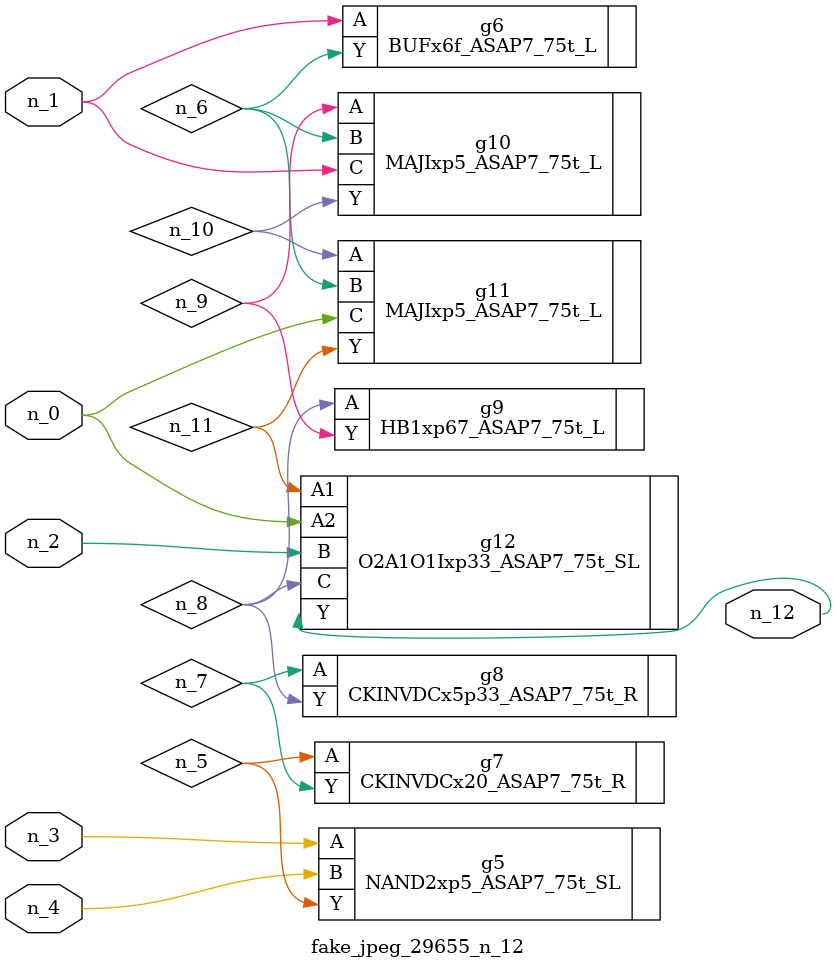
<source format=v>
module fake_jpeg_29655_n_12 (n_3, n_2, n_1, n_0, n_4, n_12);

input n_3;
input n_2;
input n_1;
input n_0;
input n_4;

output n_12;

wire n_11;
wire n_10;
wire n_8;
wire n_9;
wire n_6;
wire n_5;
wire n_7;

NAND2xp5_ASAP7_75t_SL g5 ( 
.A(n_3),
.B(n_4),
.Y(n_5)
);

BUFx6f_ASAP7_75t_L g6 ( 
.A(n_1),
.Y(n_6)
);

CKINVDCx20_ASAP7_75t_R g7 ( 
.A(n_5),
.Y(n_7)
);

CKINVDCx5p33_ASAP7_75t_R g8 ( 
.A(n_7),
.Y(n_8)
);

HB1xp67_ASAP7_75t_L g9 ( 
.A(n_8),
.Y(n_9)
);

MAJIxp5_ASAP7_75t_L g10 ( 
.A(n_9),
.B(n_6),
.C(n_1),
.Y(n_10)
);

MAJIxp5_ASAP7_75t_L g11 ( 
.A(n_10),
.B(n_6),
.C(n_0),
.Y(n_11)
);

O2A1O1Ixp33_ASAP7_75t_SL g12 ( 
.A1(n_11),
.A2(n_0),
.B(n_2),
.C(n_8),
.Y(n_12)
);


endmodule
</source>
